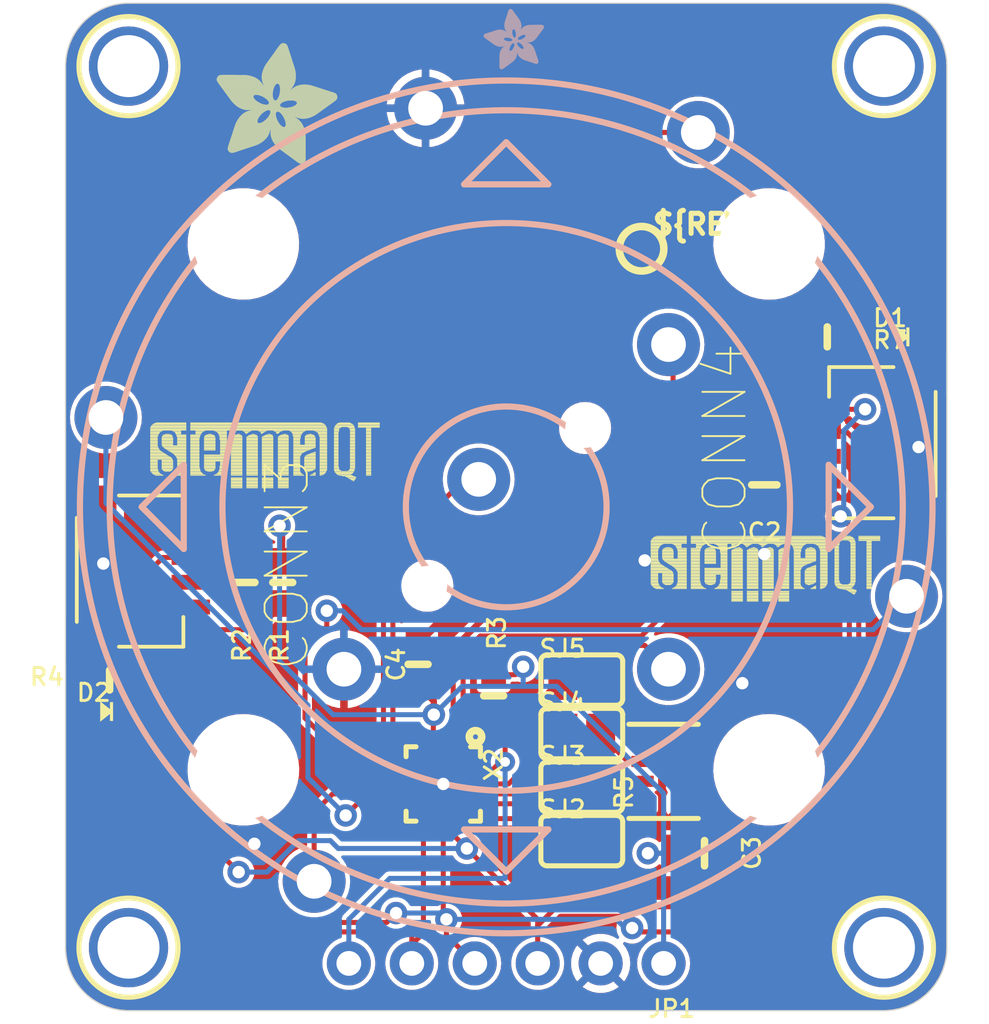
<source format=kicad_pcb>
(kicad_pcb (version 20221018) (generator pcbnew)
  (layers (0 "F.Cu" signal) (31 "B.Cu" signal) (34 "B.Paste" user) (35 "F.Paste" user) (36 "B.SilkS" user "B.Silkscreen") (37 "F.SilkS" user "F.Silkscreen") (38 "B.Mask" user) (39 "F.Mask" user) (44 "Edge.Cuts" user))
  (net 0 "")
  (net 1 "GND")
  (net 2 "SDA")
  (net 3 "SCL")
  (net 4 "ENC_A")
  (net 5 "ENC_B")
  (net 6 "ADDR0")
  (net 7 "ADDR1")
  (net 8 "INT")
  (net 9 "VCC")
  (net 10 "N$1")
  (net 11 "SW1")
  (net 12 "SW2")
  (net 13 "ADDR2")
  (net 14 "SW3")
  (net 15 "SW4")
  (net 16 "SW5")
  (net 17 "UPDI")
  (net 18 "ADDR3")
  (net 19 "N$2")
  (net 20 "N$3")
  (net 21 "N$4")
  (net 22 "N$5")
  (net 23 "N$6")
  (footprint "working:STEMMAQT" (layer "F.Cu") (at 154.3431 108.8136)
    (fp_text reference "U$35" hide)
    (fp_text value "" hide)
  )
  (footprint "working:STEMMAQT" (layer "F.Cu") (at 134.1501 104.2416)
    (fp_text reference "U$34" hide)
    (fp_text value "" hide)
  )
  (footprint "working:PLABEL10" (layer "F.Cu") (at 149.2123 113.8936 90)
    (fp_text reference "PLABEL10" hide)
    (fp_text value "" hide)
  )
  (footprint "working:FIDUCIAL_1MM" (layer "F.Cu") (at 132.1181 93.1291 180)
    (fp_text reference "FID3" hide)
    (fp_text value "FIDUCIAL_1MM" hide)
    (pad "1" smd roundrect (at 0 0 180) (size 1 1) (layers "F.Cu" "F.Mask") (roundrect_rratio 0.5))
  )
  (footprint "working:MOUNTINGHOLE_2.5_PLATED" (layer "F.Cu") (at 133.2611 87.2236 180)
    (fp_text reference "U$30" hide)
    (fp_text value "MOUNTINGHOLE2.5" hide)
    (pad "P$1" thru_hole circle (at 0 0 180) (size 3.2 3.2) (drill 2.5) (layers "*.Cu" "*.Mask"))
    (zone (net 0) (net_name "") (layer "F.Cu") (connect_pads (clearance 0)) (min_thickness 0.25)
      (keepout (tracks not_allowed) (vias not_allowed) (pads not_allowed) (copperpour not_allowed) (footprints allowed))
      (fill (thermal_gap 0.5) (thermal_bridge_width 0.5))
      (polygon (pts (xy 131.2451 87.2236) (xy 131.26472 87.504173) (xy 131.323196 87.779285) (xy 131.419392 88.043581) (xy 131.551435 88.291917) (xy 131.716754 88.51946) (xy 131.912133 88.72178) (xy 132.133767 88.89494) (xy 132.377344 89.035569) (xy 132.638122 89.14093) (xy 132.911025 89.208972) (xy 133.190743 89.238372) (xy 133.471829 89.228556) (xy 133.748815 89.179716) (xy 134.016307 89.092803) (xy 134.2691 88.969507) (xy 134.502274 88.81223) (xy 134.711289 88.624031) (xy 134.892078 88.408575) (xy 135.041122 88.170055) (xy 135.15552 87.913113) (xy 135.233046 87.64275) (xy 135.272189 87.364229) (xy 135.272189 87.082971) (xy 135.233046 86.80445) (xy 135.15552 86.534087) (xy 135.041122 86.277145) (xy 134.892078 86.038625) (xy 134.711289 85.823169) (xy 134.502274 85.63497) (xy 134.2691 85.477693) (xy 134.016307 85.354397) (xy 133.748815 85.267484) (xy 133.471829 85.218644) (xy 133.190743 85.208828) (xy 132.911025 85.238228) (xy 132.638122 85.30627) (xy 132.377344 85.411631) (xy 132.133767 85.55226) (xy 131.912133 85.72542) (xy 131.716754 85.92774) (xy 131.551435 86.155283) (xy 131.419392 86.403619) (xy 131.323196 86.667915) (xy 131.26472 86.943027)))
      (polygon (pts (xy 133.2771 87.2236) (xy 133.272414 87.212286) (xy 133.2611 87.2076) (xy 133.249786 87.212286) (xy 133.2451 87.2236) (xy 133.249786 87.234914) (xy 133.2611 87.2396) (xy 133.272414 87.234914)))
    )
    (zone (net 0) (net_name "") (layer "B.Cu") (connect_pads (clearance 0)) (min_thickness 0.25)
      (keepout (tracks not_allowed) (vias not_allowed) (pads not_allowed) (copperpour not_allowed) (footprints allowed))
      (fill (thermal_gap 0.5) (thermal_bridge_width 0.5))
      (polygon (pts (xy 131.2451 87.2236) (xy 131.26472 87.504173) (xy 131.323196 87.779285) (xy 131.419392 88.043581) (xy 131.551435 88.291917) (xy 131.716754 88.51946) (xy 131.912133 88.72178) (xy 132.133767 88.89494) (xy 132.377344 89.035569) (xy 132.638122 89.14093) (xy 132.911025 89.208972) (xy 133.190743 89.238372) (xy 133.471829 89.228556) (xy 133.748815 89.179716) (xy 134.016307 89.092803) (xy 134.2691 88.969507) (xy 134.502274 88.81223) (xy 134.711289 88.624031) (xy 134.892078 88.408575) (xy 135.041122 88.170055) (xy 135.15552 87.913113) (xy 135.233046 87.64275) (xy 135.272189 87.364229) (xy 135.272189 87.082971) (xy 135.233046 86.80445) (xy 135.15552 86.534087) (xy 135.041122 86.277145) (xy 134.892078 86.038625) (xy 134.711289 85.823169) (xy 134.502274 85.63497) (xy 134.2691 85.477693) (xy 134.016307 85.354397) (xy 133.748815 85.267484) (xy 133.471829 85.218644) (xy 133.190743 85.208828) (xy 132.911025 85.238228) (xy 132.638122 85.30627) (xy 132.377344 85.411631) (xy 132.133767 85.55226) (xy 131.912133 85.72542) (xy 131.716754 85.92774) (xy 131.551435 86.155283) (xy 131.419392 86.403619) (xy 131.323196 86.667915) (xy 131.26472 86.943027)))
      (polygon (pts (xy 133.2771 87.2236) (xy 133.272414 87.212286) (xy 133.2611 87.2076) (xy 133.249786 87.212286) (xy 133.2451 87.2236) (xy 133.249786 87.234914) (xy 133.2611 87.2396) (xy 133.272414 87.234914)))
    )
  )
  (footprint "working:0603-NO" (layer "F.Cu") (at 132.4991 111.9886 180)
    (fp_text reference "R4" (at 1.778 0.127) (layer "F.SilkS") (effects (font (size 0.692831 0.692831) (thickness 0.119969)) (justify right)))
    (fp_text value "10K")
    (pad "1" smd rect (at -0.85 0 180) (size 1.075 1) (layers "F.Cu" "F.Paste" "F.Mask") (net 9 "VCC"))
    (pad "2" smd rect (at 0.85 0 180) (size 1.075 1) (layers "F.Cu" "F.Paste" "F.Mask") (net 19 "N$2"))
  )
  (footprint "working:PLABEL4" (layer "F.Cu") (at 152.1841 121.0056 90)
    (fp_text reference "PLABEL4" hide)
    (fp_text value "" hide)
  )
  (footprint "working:PLABEL2" (layer "F.Cu") (at 154.8511 121.0056 90)
    (fp_text reference "PLABEL2" hide)
    (fp_text value "" hide)
  )
  (footprint "working:0603-NO" (layer "F.Cu") (at 147.9931 112.6236 90)
    (fp_text reference "R3" (at 1.778 0.127 90) (layer "F.SilkS") (effects (font (size 0.692831 0.692831) (thickness 0.119969)) (justify left)))
    (fp_text value "10K")
    (pad "1" smd rect (at -0.85 0 90) (size 1.075 1) (layers "F.Cu" "F.Paste" "F.Mask") (net 17 "UPDI"))
    (pad "2" smd rect (at 0.85 0 90) (size 1.075 1) (layers "F.Cu" "F.Paste" "F.Mask") (net 9 "VCC"))
  )
  (footprint "working:JST_SH4" (layer "F.Cu") (at 163.2331 102.4636 90)
    (fp_text reference "CONN4" (at -4.6 -5.9 90) (layer "F.SilkS") (effects (font (size 1.703222 1.703222) (thickness 0.074778)) (justify left)))
    (fp_text value "STEMMA_I2C_QT" hide)
    (pad "1" smd rect (at -1.5 -2.006 180) (size 1.55 0.6) (layers "F.Cu" "F.Paste" "F.Mask") (net 1 "GND"))
    (pad "2" smd rect (at -0.5 -2.006 180) (size 1.55 0.6) (layers "F.Cu" "F.Paste" "F.Mask") (net 9 "VCC"))
    (pad "3" smd rect (at 0.5 -2.006 180) (size 1.55 0.6) (layers "F.Cu" "F.Paste" "F.Mask") (net 2 "SDA"))
    (pad "4" smd rect (at 1.5 -2.006 180) (size 1.55 0.6) (layers "F.Cu" "F.Paste" "F.Mask") (net 3 "SCL"))
    (pad "MT1" smd rect (at -2.8 1.894 180) (size 1.8 1.2) (layers "F.Cu" "F.Paste" "F.Mask") (net 1 "GND"))
    (pad "MT2" smd rect (at 2.8 1.894 180) (size 1.8 1.2) (layers "F.Cu" "F.Paste" "F.Mask") (net 1 "GND"))
  )
  (footprint "working:MOUNTINGHOLE_2.5_PLATED" (layer "F.Cu") (at 163.7411 87.2236 180)
    (fp_text reference "U$29" hide)
    (fp_text value "MOUNTINGHOLE2.5" hide)
    (pad "P$1" thru_hole circle (at 0 0 180) (size 3.2 3.2) (drill 2.5) (layers "*.Cu" "*.Mask"))
    (zone (net 0) (net_name "") (layer "F.Cu") (connect_pads (clearance 0)) (min_thickness 0.25)
      (keepout (tracks not_allowed) (vias not_allowed) (pads not_allowed) (copperpour not_allowed) (footprints allowed))
      (fill (thermal_gap 0.5) (thermal_bridge_width 0.5))
      (polygon (pts (xy 161.7251 87.2236) (xy 161.74472 87.504173) (xy 161.803196 87.779285) (xy 161.899392 88.043581) (xy 162.031435 88.291917) (xy 162.196754 88.51946) (xy 162.392133 88.72178) (xy 162.613767 88.89494) (xy 162.857344 89.035569) (xy 163.118122 89.14093) (xy 163.391025 89.208972) (xy 163.670743 89.238372) (xy 163.951829 89.228556) (xy 164.228815 89.179716) (xy 164.496307 89.092803) (xy 164.7491 88.969507) (xy 164.982274 88.81223) (xy 165.191289 88.624031) (xy 165.372078 88.408575) (xy 165.521122 88.170055) (xy 165.63552 87.913113) (xy 165.713046 87.64275) (xy 165.752189 87.364229) (xy 165.752189 87.082971) (xy 165.713046 86.80445) (xy 165.63552 86.534087) (xy 165.521122 86.277145) (xy 165.372078 86.038625) (xy 165.191289 85.823169) (xy 164.982274 85.63497) (xy 164.7491 85.477693) (xy 164.496307 85.354397) (xy 164.228815 85.267484) (xy 163.951829 85.218644) (xy 163.670743 85.208828) (xy 163.391025 85.238228) (xy 163.118122 85.30627) (xy 162.857344 85.411631) (xy 162.613767 85.55226) (xy 162.392133 85.72542) (xy 162.196754 85.92774) (xy 162.031435 86.155283) (xy 161.899392 86.403619) (xy 161.803196 86.667915) (xy 161.74472 86.943027)))
      (polygon (pts (xy 163.7571 87.2236) (xy 163.752414 87.212286) (xy 163.7411 87.2076) (xy 163.729786 87.212286) (xy 163.7251 87.2236) (xy 163.729786 87.234914) (xy 163.7411 87.2396) (xy 163.752414 87.234914)))
    )
    (zone (net 0) (net_name "") (layer "B.Cu") (connect_pads (clearance 0)) (min_thickness 0.25)
      (keepout (tracks not_allowed) (vias not_allowed) (pads not_allowed) (copperpour not_allowed) (footprints allowed))
      (fill (thermal_gap 0.5) (thermal_bridge_width 0.5))
      (polygon (pts (xy 161.7251 87.2236) (xy 161.74472 87.504173) (xy 161.803196 87.779285) (xy 161.899392 88.043581) (xy 162.031435 88.291917) (xy 162.196754 88.51946) (xy 162.392133 88.72178) (xy 162.613767 88.89494) (xy 162.857344 89.035569) (xy 163.118122 89.14093) (xy 163.391025 89.208972) (xy 163.670743 89.238372) (xy 163.951829 89.228556) (xy 164.228815 89.179716) (xy 164.496307 89.092803) (xy 164.7491 88.969507) (xy 164.982274 88.81223) (xy 165.191289 88.624031) (xy 165.372078 88.408575) (xy 165.521122 88.170055) (xy 165.63552 87.913113) (xy 165.713046 87.64275) (xy 165.752189 87.364229) (xy 165.752189 87.082971) (xy 165.713046 86.80445) (xy 165.63552 86.534087) (xy 165.521122 86.277145) (xy 165.372078 86.038625) (xy 165.191289 85.823169) (xy 164.982274 85.63497) (xy 164.7491 85.477693) (xy 164.496307 85.354397) (xy 164.228815 85.267484) (xy 163.951829 85.218644) (xy 163.670743 85.208828) (xy 163.391025 85.238228) (xy 163.118122 85.30627) (xy 162.857344 85.411631) (xy 162.613767 85.55226) (xy 162.392133 85.72542) (xy 162.196754 85.92774) (xy 162.031435 86.155283) (xy 161.899392 86.403619) (xy 161.803196 86.667915) (xy 161.74472 86.943027)))
      (polygon (pts (xy 163.7571 87.2236) (xy 163.752414 87.212286) (xy 163.7411 87.2076) (xy 163.729786 87.212286) (xy 163.7251 87.2236) (xy 163.729786 87.234914) (xy 163.7411 87.2396) (xy 163.752414 87.234914)))
    )
  )
  (footprint "working:ADAFRUIT_5MM" (layer "F.Cu") (at 136.8171 91.1606)
    (fp_text reference "U$2" hide)
    (fp_text value "" hide)
  )
  (footprint "working:PLABEL9" (layer "F.Cu") (at 163.8681 97.2566)
    (fp_text reference "PLABEL9" hide)
    (fp_text value "" hide)
  )
  (footprint "working:QFN20_3MM" (layer "F.Cu") (at 145.9611 116.1796 -90)
    (fp_text reference "X2" (at -1.524 -2.032 90) (layer "F.SilkS") (effects (font (size 0.692831 0.692831) (thickness 0.119969)) (justify right)))
    (fp_text value "ATTINY8X6_QFN")
    (pad "1" smd roundrect (at -1.4 -0.8 90) (size 0.7 0.2) (layers "F.Cu" "F.Paste" "F.Mask") (net 5 "ENC_B"))
    (pad "2" smd roundrect (at -1.4 -0.4 90) (size 0.7 0.2) (layers "F.Cu" "F.Paste" "F.Mask") (net 4 "ENC_A"))
    (pad "3" smd roundrect (at -1.4 0 90) (size 0.7 0.2) (layers "F.Cu" "F.Paste" "F.Mask") (net 1 "GND"))
    (pad "4" smd roundrect (at -1.4 0.4 90) (size 0.7 0.2) (layers "F.Cu" "F.Paste" "F.Mask") (net 9 "VCC"))
    (pad "5" smd roundrect (at -1.4 0.8 90) (size 0.7 0.2) (layers "F.Cu" "F.Paste" "F.Mask"))
    (pad "6" smd roundrect (at -0.8 1.4) (size 0.7 0.2) (layers "F.Cu" "F.Paste" "F.Mask") (net 11 "SW1"))
    (pad "7" smd roundrect (at -0.4 1.4) (size 0.7 0.2) (layers "F.Cu" "F.Paste" "F.Mask") (net 12 "SW2"))
    (pad "8" smd roundrect (at 0 1.4) (size 0.7 0.2) (layers "F.Cu" "F.Paste" "F.Mask") (net 14 "SW3"))
    (pad "9" smd roundrect (at 0.4 1.4) (size 0.7 0.2) (layers "F.Cu" "F.Paste" "F.Mask") (net 15 "SW4"))
    (pad "10" smd roundrect (at 0.8 1.4) (size 0.7 0.2) (layers "F.Cu" "F.Paste" "F.Mask") (net 16 "SW5"))
    (pad "11" smd roundrect (at 1.4 0.8 90) (size 0.7 0.2) (layers "F.Cu" "F.Paste" "F.Mask") (net 8 "INT"))
    (pad "12" smd roundrect (at 1.4 0.4 90) (size 0.7 0.2) (layers "F.Cu" "F.Paste" "F.Mask"))
    (pad "13" smd roundrect (at 1.4 0 90) (size 0.7 0.2) (layers "F.Cu" "F.Paste" "F.Mask") (net 2 "SDA"))
    (pad "14" smd roundrect (at 1.4 -0.4 90) (size 0.7 0.2) (layers "F.Cu" "F.Paste" "F.Mask") (net 3 "SCL"))
    (pad "15" smd roundrect (at 1.4 -0.8 90) (size 0.7 0.2) (layers "F.Cu" "F.Paste" "F.Mask") (net 6 "ADDR0"))
    (pad "16" smd roundrect (at 0.8 -1.4) (size 0.7 0.2) (layers "F.Cu" "F.Paste" "F.Mask") (net 7 "ADDR1"))
    (pad "17" smd roundrect (at 0.4 -1.4) (size 0.7 0.2) (layers "F.Cu" "F.Paste" "F.Mask") (net 13 "ADDR2"))
    (pad "18" smd roundrect (at 0 -1.4) (size 0.7 0.2) (layers "F.Cu" "F.Paste" "F.Mask") (net 18 "ADDR3"))
    (pad "19" smd roundrect (at -0.4 -1.4) (size 0.7 0.2) (layers "F.Cu" "F.Paste" "F.Mask") (net 17 "UPDI"))
    (pad "20" smd roundrect (at -0.8 -1.4) (size 0.7 0.2) (layers "F.Cu" "F.Paste" "F.Mask"))
    (pad "PAD" smd roundrect (at 0 0 270) (size 1.6 1.6) (layers "F.Cu" "F.Paste" "F.Mask") (roundrect_rratio 0.125) (net 1 "GND"))
  )
  (footprint "working:0603-NO" (layer "F.Cu") (at 139.4841 108.0516 -90)
    (fp_text reference "R1" (at 1.778 0.127 90) (layer "F.SilkS") (effects (font (size 0.692831 0.692831) (thickness 0.119969)) (justify right)))
    (fp_text value "10K")
    (pad "1" smd rect (at -0.85 0 270) (size 1.075 1) (layers "F.Cu" "F.Paste" "F.Mask") (net 9 "VCC"))
    (pad "2" smd rect (at 0.85 0 270) (size 1.075 1) (layers "F.Cu" "F.Paste" "F.Mask") (net 3 "SCL"))
  )
  (footprint "working:CHIPLED_0603_NOOUTLINE" (layer "F.Cu") (at 164.5031 98.1456 -90)
    (fp_text reference "D1" (at -0.762 1.27) (layer "F.SilkS") (effects (font (size 0.692831 0.692831) (thickness 0.119969)) (justify left)))
    (fp_text value "GREEN")
    (pad "A" smd rect (at 0 0.75 270) (size 0.8 0.8) (layers "F.Cu" "F.Paste" "F.Mask") (net 10 "N$1"))
    (pad "C" smd rect (at 0 -0.75 270) (size 0.8 0.8) (layers "F.Cu" "F.Paste" "F.Mask") (net 1 "GND"))
  )
  (footprint "working:0603-NO" (layer "F.Cu") (at 137.9601 108.0516 -90)
    (fp_text reference "R2" (at 1.778 0.127 90) (layer "F.SilkS") (effects (font (size 0.692831 0.692831) (thickness 0.119969)) (justify right)))
    (fp_text value "10K")
    (pad "1" smd rect (at -0.85 0 270) (size 1.075 1) (layers "F.Cu" "F.Paste" "F.Mask") (net 9 "VCC"))
    (pad "2" smd rect (at 0.85 0 270) (size 1.075 1) (layers "F.Cu" "F.Paste" "F.Mask") (net 2 "SDA"))
  )
  (footprint "working:SOLDERJUMPER_CLOSEDWIRE" (layer "F.Cu") (at 151.5491 116.3066)
    (fp_text reference "SJ3" (at -1.778 -1.27) (layer "F.SilkS") (effects (font (size 0.692831 0.692831) (thickness 0.119969)) (justify left)))
    (fp_text value "")
    (pad "1" smd rect (at -0.762 0) (size 1.1684 1.6002) (layers "F.Cu") (net 7 "ADDR1"))
    (pad "2" smd rect (at 0.762 0) (size 1.1684 1.6002) (layers "F.Cu") (net 21 "N$4"))
    (pad "WIRE" smd rect (at 0 0 180) (size 0.635 0.2032) (layers "F.Cu"))
  )
  (footprint "working:0805-NO" (layer "F.Cu") (at 156.5021 118.9736)
    (fp_text reference "C3" (at 1.905 -0.762 90) (layer "F.SilkS") (effects (font (size 0.692831 0.692831) (thickness 0.119969)) (justify right)))
    (fp_text value "10uF")
    (pad "1" smd rect (at -0.95 0) (size 1.24 1.5) (layers "F.Cu" "F.Paste" "F.Mask") (net 9 "VCC"))
    (pad "2" smd rect (at 0.95 0) (size 1.24 1.5) (layers "F.Cu" "F.Paste" "F.Mask") (net 1 "GND"))
  )
  (footprint "working:CHIPLED_0603_NOOUTLINE" (layer "F.Cu") (at 132.3721 113.2586 -90)
    (fp_text reference "D2" (at -0.762 1.27) (layer "F.SilkS") (effects (font (size 0.692831 0.692831) (thickness 0.119969)) (justify left)))
    (fp_text value "red")
    (pad "A" smd rect (at 0 0.75 270) (size 0.8 0.8) (layers "F.Cu" "F.Paste" "F.Mask") (net 19 "N$2"))
    (pad "C" smd rect (at 0 -0.75 270) (size 0.8 0.8) (layers "F.Cu" "F.Paste" "F.Mask") (net 8 "INT"))
  )
  (footprint "working:0603-NO" (layer "F.Cu") (at 161.4551 98.1456)
    (fp_text reference "R7" (at 1.778 0.127) (layer "F.SilkS") (effects (font (size 0.692831 0.692831) (thickness 0.119969)) (justify left)))
    (fp_text value "10K")
    (pad "1" smd rect (at -0.85 0) (size 1.075 1) (layers "F.Cu" "F.Paste" "F.Mask") (net 9 "VCC"))
    (pad "2" smd rect (at 0.85 0) (size 1.075 1) (layers "F.Cu" "F.Paste" "F.Mask") (net 10 "N$1"))
  )
  (footprint "working:MOUNTINGHOLE_2.5_PLATED" (layer "F.Cu") (at 163.7411 122.7836 180)
    (fp_text reference "U$25" hide)
    (fp_text value "MOUNTINGHOLE2.5" hide)
    (pad "P$1" thru_hole circle (at 0 0 180) (size 3.2 3.2) (drill 2.5) (layers "*.Cu" "*.Mask"))
    (zone (net 0) (net_name "") (layer "F.Cu") (connect_pads (clearance 0)) (min_thickness 0.25)
      (keepout (tracks not_allowed) (vias not_allowed) (pads not_allowed) (copperpour not_allowed) (footprints allowed))
      (fill (thermal_gap 0.5) (thermal_bridge_width 0.5))
      (polygon (pts (xy 161.7251 122.7836) (xy 161.74472 123.064173) (xy 161.803196 123.339285) (xy 161.899392 123.603581) (xy 162.031435 123.851917) (xy 162.196754 124.07946) (xy 162.392133 124.28178) (xy 162.613767 124.45494) (xy 162.857344 124.595569) (xy 163.118122 124.70093) (xy 163.391025 124.768972) (xy 163.670743 124.798372) (xy 163.951829 124.788556) (xy 164.228815 124.739716) (xy 164.496307 124.652803) (xy 164.7491 124.529507) (xy 164.982274 124.37223) (xy 165.191289 124.184031) (xy 165.372078 123.968575) (xy 165.521122 123.730055) (xy 165.63552 123.473113) (xy 165.713046 123.20275) (xy 165.752189 122.924229) (xy 165.752189 122.642971) (xy 165.713046 122.36445) (xy 165.63552 122.094087) (xy 165.521122 121.837145) (xy 165.372078 121.598625) (xy 165.191289 121.383169) (xy 164.982274 121.19497) (xy 164.7491 121.037693) (xy 164.496307 120.914397) (xy 164.228815 120.827484) (xy 163.951829 120.778644) (xy 163.670743 120.768828) (xy 163.391025 120.798228) (xy 163.118122 120.86627) (xy 162.857344 120.971631) (xy 162.613767 121.11226) (xy 162.392133 121.28542) (xy 162.196754 121.48774) (xy 162.031435 121.715283) (xy 161.899392 121.963619) (xy 161.803196 122.227915) (xy 161.74472 122.503027)))
      (polygon (pts (xy 163.7571 122.7836) (xy 163.752414 122.772286) (xy 163.7411 122.7676) (xy 163.729786 122.772286) (xy 163.7251 122.7836) (xy 163.729786 122.794914) (xy 163.7411 122.7996) (xy 163.752414 122.794914)))
    )
    (zone (net 0) (net_name "") (layer "B.Cu") (connect_pads (clearance 0)) (min_thickness 0.25)
      (keepout (tracks not_allowed) (vias not_allowed) (pads not_allowed) (copperpour not_allowed) (footprints allowed))
      (fill (thermal_gap 0.5) (thermal_bridge_width 0.5))
      (polygon (pts (xy 161.7251 122.7836) (xy 161.74472 123.064173) (xy 161.803196 123.339285) (xy 161.899392 123.603581) (xy 162.031435 123.851917) (xy 162.196754 124.07946) (xy 162.392133 124.28178) (xy 162.613767 124.45494) (xy 162.857344 124.595569) (xy 163.118122 124.70093) (xy 163.391025 124.768972) (xy 163.670743 124.798372) (xy 163.951829 124.788556) (xy 164.228815 124.739716) (xy 164.496307 124.652803) (xy 164.7491 124.529507) (xy 164.982274 124.37223) (xy 165.191289 124.184031) (xy 165.372078 123.968575) (xy 165.521122 123.730055) (xy 165.63552 123.473113) (xy 165.713046 123.20275) (xy 165.752189 122.924229) (xy 165.752189 122.642971) (xy 165.713046 122.36445) (xy 165.63552 122.094087) (xy 165.521122 121.837145) (xy 165.372078 121.598625) (xy 165.191289 121.383169) (xy 164.982274 121.19497) (xy 164.7491 121.037693) (xy 164.496307 120.914397) (xy 164.228815 120.827484) (xy 163.951829 120.778644) (xy 163.670743 120.768828) (xy 163.391025 120.798228) (xy 163.118122 120.86627) (xy 162.857344 120.971631) (xy 162.613767 121.11226) (xy 162.392133 121.28542) (xy 162.196754 121.48774) (xy 162.031435 121.715283) (xy 161.899392 121.963619) (xy 161.803196 122.227915) (xy 161.74472 122.503027)))
      (polygon (pts (xy 163.7571 122.7836) (xy 163.752414 122.772286) (xy 163.7411 122.7676) (xy 163.729786 122.772286) (xy 163.7251 122.7836) (xy 163.729786 122.794914) (xy 163.7411 122.7996) (xy 163.752414 122.794914)))
    )
  )
  (footprint "working:PLABEL6" (layer "F.Cu") (at 147.2311 121.0056 90)
    (fp_text reference "PLABEL6" hide)
    (fp_text value "" hide)
  )
  (footprint "working:JST_SH4" (layer "F.Cu") (at 133.7691 107.5436 -90)
    (fp_text reference "CONN3" (at -4.6 -5.9 90) (layer "F.SilkS") (effects (font (size 1.703222 1.703222) (thickness 0.074778)) (justify right)))
    (fp_text value "STEMMA_I2C_QT" hide)
    (pad "1" smd rect (at -1.5 -2.006) (size 1.55 0.6) (layers "F.Cu" "F.Paste" "F.Mask") (net 1 "GND"))
    (pad "2" smd rect (at -0.5 -2.006) (size 1.55 0.6) (layers "F.Cu" "F.Paste" "F.Mask") (net 9 "VCC"))
    (pad "3" smd rect (at 0.5 -2.006) (size 1.55 0.6) (layers "F.Cu" "F.Paste" "F.Mask") (net 2 "SDA"))
    (pad "4" smd rect (at 1.5 -2.006) (size 1.55 0.6) (layers "F.Cu" "F.Paste" "F.Mask") (net 3 "SCL"))
    (pad "MT1" smd rect (at -2.8 1.894) (size 1.8 1.2) (layers "F.Cu" "F.Paste" "F.Mask") (net 1 "GND"))
    (pad "MT2" smd rect (at 2.8 1.894) (size 1.8 1.2) (layers "F.Cu" "F.Paste" "F.Mask") (net 1 "GND"))
  )
  (footprint "working:PCBFEAT-REV-040" (layer "F.Cu") (at 153.9621 94.5896 180)
    (fp_text reference "U$33" hide)
    (fp_text value "" hide)
    (fp_text user "${REV}" (at -0.3556 0.508 180) (layer "F.SilkS") (effects (font (size 0.8128 0.8128) (thickness 0.2032)) (justify left bottom)))
  )
  (footprint "working:1X06_ROUND_70" (layer "F.Cu") (at 148.5011 123.4186 180)
    (fp_text reference "JP1" (at -7.6962 -1.8288) (layer "F.SilkS") (effects (font (size 0.692831 0.692831) (thickness 0.119969)) (justify right)))
    (fp_text value "")
    (pad "1" thru_hole circle (at -6.35 0 270) (size 1.778 1.778) (drill 1) (layers "*.Cu" "*.Mask") (net 9 "VCC"))
    (pad "2" thru_hole circle (at -3.81 0 270) (size 1.778 1.778) (drill 1) (layers "*.Cu" "*.Mask") (net 1 "GND"))
    (pad "3" thru_hole circle (at -1.27 0 270) (size 1.778 1.778) (drill 1) (layers "*.Cu" "*.Mask") (net 3 "SCL"))
    (pad "4" thru_hole circle (at 1.27 0 270) (size 1.778 1.778) (drill 1) (layers "*.Cu" "*.Mask") (net 2 "SDA"))
    (pad "5" thru_hole circle (at 3.81 0 270) (size 1.778 1.778) (drill 1) (layers "*.Cu" "*.Mask") (net 8 "INT"))
    (pad "6" thru_hole circle (at 6.35 0 270) (size 1.778 1.778) (drill 1) (layers "*.Cu" "*.Mask") (net 17 "UPDI"))
  )
  (footprint "working:PLABEL1" (layer "F.Cu") (at 149.2123 116.0526 90)
    (fp_text reference "PLABEL1" hide)
    (fp_text value "" hide)
  )
  (footprint "working:MOUNTINGHOLE_2.5_PLATED" (layer "F.Cu") (at 133.2611 122.7836 180)
    (fp_text reference "U$27" hide)
    (fp_text value "MOUNTINGHOLE2.5" hide)
    (pad "P$1" thru_hole circle (at 0 0 180) (size 3.2 3.2) (drill 2.5) (layers "*.Cu" "*.Mask"))
    (zone (net 0) (net_name "") (layer "F.Cu") (connect_pads (clearance 0)) (min_thickness 0.25)
      (keepout (tracks not_allowed) (vias not_allowed) (pads not_allowed) (copperpour not_allowed) (footprints allowed))
      (fill (thermal_gap 0.5) (thermal_bridge_width 0.5))
      (polygon (pts (xy 131.2451 122.7836) (xy 131.26472 123.064173) (xy 131.323196 123.339285) (xy 131.419392 123.603581) (xy 131.551435 123.851917) (xy 131.716754 124.07946) (xy 131.912133 124.28178) (xy 132.133767 124.45494) (xy 132.377344 124.595569) (xy 132.638122 124.70093) (xy 132.911025 124.768972) (xy 133.190743 124.798372) (xy 133.471829 124.788556) (xy 133.748815 124.739716) (xy 134.016307 124.652803) (xy 134.2691 124.529507) (xy 134.502274 124.37223) (xy 134.711289 124.184031) (xy 134.892078 123.968575) (xy 135.041122 123.730055) (xy 135.15552 123.473113) (xy 135.233046 123.20275) (xy 135.272189 122.924229) (xy 135.272189 122.642971) (xy 135.233046 122.36445) (xy 135.15552 122.094087) (xy 135.041122 121.837145) (xy 134.892078 121.598625) (xy 134.711289 121.383169) (xy 134.502274 121.19497) (xy 134.2691 121.037693) (xy 134.016307 120.914397) (xy 133.748815 120.827484) (xy 133.471829 120.778644) (xy 133.190743 120.768828) (xy 132.911025 120.798228) (xy 132.638122 120.86627) (xy 132.377344 120.971631) (xy 132.133767 121.11226) (xy 131.912133 121.28542) (xy 131.716754 121.48774) (xy 131.551435 121.715283) (xy 131.419392 121.963619) (xy 131.323196 122.227915) (xy 131.26472 122.503027)))
      (polygon (pts (xy 133.2771 122.7836) (xy 133.272414 122.772286) (xy 133.2611 122.7676) (xy 133.249786 122.772286) (xy 133.2451 122.7836) (xy 133.249786 122.794914) (xy 133.2611 122.7996) (xy 133.272414 122.794914)))
    )
    (zone (net 0) (net_name "") (layer "B.Cu") (connect_pads (clearance 0)) (min_thickness 0.25)
      (keepout (tracks not_allowed) (vias not_allowed) (pads not_allowed) (copperpour not_allowed) (footprints allowed))
      (fill (thermal_gap 0.5) (thermal_bridge_width 0.5))
      (polygon (pts (xy 131.2451 122.7836) (xy 131.26472 123.064173) (xy 131.323196 123.339285) (xy 131.419392 123.603581) (xy 131.551435 123.851917) (xy 131.716754 124.07946) (xy 131.912133 124.28178) (xy 132.133767 124.45494) (xy 132.377344 124.595569) (xy 132.638122 124.70093) (xy 132.911025 124.768972) (xy 133.190743 124.798372) (xy 133.471829 124.788556) (xy 133.748815 124.739716) (xy 134.016307 124.652803) (xy 134.2691 124.529507) (xy 134.502274 124.37223) (xy 134.711289 124.184031) (xy 134.892078 123.968575) (xy 135.041122 123.730055) (xy 135.15552 123.473113) (xy 135.233046 123.20275) (xy 135.272189 122.924229) (xy 135.272189 122.642971) (xy 135.233046 122.36445) (xy 135.15552 122.094087) (xy 135.041122 121.837145) (xy 134.892078 121.598625) (xy 134.711289 121.383169) (xy 134.502274 121.19497) (xy 134.2691 121.037693) (xy 134.016307 120.914397) (xy 133.748815 120.827484) (xy 133.471829 120.778644) (xy 133.190743 120.768828) (xy 132.911025 120.798228) (xy 132.638122 120.86627) (xy 132.377344 120.971631) (xy 132.133767 121.11226) (xy 131.912133 121.28542) (xy 131.716754 121.48774) (xy 131.551435 121.715283) (xy 131.419392 121.963619) (xy 131.323196 122.227915) (xy 131.26472 122.503027)))
      (polygon (pts (xy 133.2771 122.7836) (xy 133.272414 122.772286) (xy 133.2611 122.7676) (xy 133.249786 122.772286) (xy 133.2451 122.7836) (xy 133.249786 122.794914) (xy 133.2611 122.7996) (xy 133.272414 122.794914)))
    )
  )
  (footprint "working:PLABEL0" (layer "F.Cu") (at 149.2123 118.3132 90)
    (fp_text reference "PLABEL0" hide)
    (fp_text value "" hide)
  )
  (footprint "working:SOLDERJUMPER_CLOSEDWIRE" (layer "F.Cu") (at 151.5491 118.4656)
    (fp_text reference "SJ2" (at -1.778 -1.27) (layer "F.SilkS") (effects (font (size 0.692831 0.692831) (thickness 0.119969)) (justify left)))
    (fp_text value "")
    (pad "1" smd rect (at -0.762 0) (size 1.1684 1.6002) (layers "F.Cu") (net 6 "ADDR0"))
    (pad "2" smd rect (at 0.762 0) (size 1.1684 1.6002) (layers "F.Cu") (net 20 "N$3"))
    (pad "WIRE" smd rect (at 0 0 180) (size 0.635 0.2032) (layers "F.Cu"))
  )
  (footprint "working:RESPACK_4X0603" (layer "F.Cu") (at 154.8511 115.6716 90)
    (fp_text reference "R5" (at -1.6 -1.6 90) (layer "F.SilkS") (effects (font (size 0.692831 0.692831) (thickness 0.119969)) (justify left)))
    (fp_text value "10K Pack")
    (pad "1" smd rect (at -1.3 0.85 90) (size 0.45 0.9) (layers "F.Cu" "F.Paste" "F.Mask") (net 1 "GND"))
    (pad "2" smd rect (at -0.4 0.85 90) (size 0.45 0.9) (layers "F.Cu" "F.Paste" "F.Mask") (net 1 "GND"))
    (pad "3" smd rect (at 0.4 0.85 90) (size 0.45 0.9) (layers "F.Cu" "F.Paste" "F.Mask") (net 1 "GND"))
    (pad "4" smd rect (at 1.3 0.85 90) (size 0.45 0.9) (layers "F.Cu" "F.Paste" "F.Mask") (net 1 "GND"))
    (pad "5" smd rect (at 1.3 -0.85 90) (size 0.45 0.9) (layers "F.Cu" "F.Paste" "F.Mask") (net 23 "N$6"))
    (pad "6" smd rect (at 0.4 -0.85 90) (size 0.45 0.9) (layers "F.Cu" "F.Paste" "F.Mask") (net 22 "N$5"))
    (pad "7" smd rect (at -0.4 -0.85 90) (size 0.45 0.9) (layers "F.Cu" "F.Paste" "F.Mask") (net 21 "N$4"))
    (pad "8" smd rect (at -1.3 -0.85 90) (size 0.45 0.9) (layers "F.Cu" "F.Paste" "F.Mask") (net 20 "N$3"))
  )
  (footprint "working:0805-NO" (layer "F.Cu") (at 158.9151 104.1146 -90)
    (fp_text reference "C2" (at 1.905 -0.762) (layer "F.SilkS") (effects (font (size 0.692831 0.692831) (thickness 0.119969)) (justify right)))
    (fp_text value "10uF")
    (pad "1" smd rect (at -0.95 0 270) (size 1.24 1.5) (layers "F.Cu" "F.Paste" "F.Mask") (net 9 "VCC"))
    (pad "2" smd rect (at 0.95 0 270) (size 1.24 1.5) (layers "F.Cu" "F.Paste" "F.Mask") (net 1 "GND"))
  )
  (footprint "working:PLABEL11" (layer "F.Cu") (at 149.1869 111.6076 90)
    (fp_text reference "PLABEL11" hide)
    (fp_text value "" hide)
  )
  (footprint "working:PLABEL3" (layer "F.Cu") (at 139.6111 123.4186)
    (fp_text reference "PLABEL3" hide)
    (fp_text value "" hide)
  )
  (footprint "working:SOLDERJUMPER_CLOSEDWIRE" (layer "F.Cu") (at 151.5491 111.9886)
    (fp_text reference "SJ5" (at -1.778 -1.27) (layer "F.SilkS") (effects (font (size 0.692831 0.692831) (thickness 0.119969)) (justify left)))
    (fp_text value "")
    (pad "1" smd rect (at -0.762 0) (size 1.1684 1.6002) (layers "F.Cu") (net 18 "ADDR3"))
    (pad "2" smd rect (at 0.762 0) (size 1.1684 1.6002) (layers "F.Cu") (net 23 "N$6"))
    (pad "WIRE" smd rect (at 0 0 180) (size 0.635 0.2032) (layers "F.Cu"))
  )
  (footprint "working:FIDUCIAL_1MM" (layer "F.Cu") (at 165.1381 117.1067 180)
    (fp_text reference "FID4" hide)
    (fp_text value "FIDUCIAL_1MM" hide)
    (pad "1" smd roundrect (at 0 0 180) (size 1 1) (layers "F.Cu" "F.Mask") (roundrect_rratio 0.5))
  )
  (footprint "working:PLABEL8" (layer "F.Cu") (at 145.8341 95.4786)
    (fp_text reference "PLABEL8" hide)
    (fp_text value "" hide)
  )
  (footprint "working:PLABEL5" (layer "F.Cu") (at 149.7711 120.8786 90)
    (fp_text reference "PLABEL5" hide)
    (fp_text value "" hide)
  )
  (footprint "working:PLABEL7" (layer "F.Cu") (at 144.6911 121.1326 90)
    (fp_text reference "PLABEL7" hide)
    (fp_text value "" hide)
  )
  (footprint "working:SOLDERJUMPER_CLOSEDWIRE" (layer "F.Cu") (at 151.5491 114.1476)
    (fp_text reference "SJ4" (at -1.778 -1.27) (layer "F.SilkS") (effects (font (size 0.692831 0.692831) (thickness 0.119969)) (justify left)))
    (fp_text value "")
    (pad "1" smd rect (at -0.762 0) (size 1.1684 1.6002) (layers "F.Cu") (net 13 "ADDR2"))
    (pad "2" smd rect (at 0.762 0) (size 1.1684 1.6002) (layers "F.Cu") (net 22 "N$5"))
    (pad "WIRE" smd rect (at 0 0 180) (size 0.635 0.2032) (layers "F.Cu"))
  )
  (footprint "working:0603-NO" (layer "F.Cu") (at 144.9451 111.3536 90)
    (fp_text reference "C4" (at -0.762003 -0.889 90) (layer "F.SilkS") (effects (font (size 0.692831 0.692831) (thickness 0.119969)) (justify left)))
    (fp_text value "0.1uF")
    (pad "1" smd rect (at -0.85 0 90) (size 1.075 1) (layers "F.Cu" "F.Paste" "F.Mask") (net 9 "VCC"))
    (pad "2" smd rect (at 0.85 0 90) (size 1.075 1) (layers "F.Cu" "F.Paste" "F.Mask") (net 1 "GND"))
  )
  (footprint "working:ADAFRUIT_2.5MM" (layer "B.Cu") (at 150.0251 87.3506 180)
    (fp_text reference "E$2" hide)
    (fp_text value "" hide)
  )
  (footprint "working:ENCODER_ANO" (layer "B.Cu") (at 148.5011 105.0036 -45)
    (fp_text reference "X1" hide)
    (fp_text value "ENCODER_ANO" hide)
    (pad "" np_thru_hole circle (at -15 0 315) (size 4 4) (drill 4) (layers "*.Cu" "*.Mask"))
    (pad "" np_thru_hole circle (at 0 -15 315) (size 4 4) (drill 4) (layers "*.Cu" "*.Mask"))
    (pad "" np_thru_hole circle (at 0 -4.5 315) (size 1.6 1.6) (drill 1.6) (layers "*.Cu" "*.Mask"))
    (pad "" np_thru_hole circle (at 0 4.5 315) (size 1.6 1.6) (drill 1.6) (layers "*.Cu" "*.Mask"))
    (pad "" np_thru_hole circle (at 0 15 315) (size 4 4) (drill 4) (layers "*.Cu" "*.Mask"))
    (pad "" np_thru_hole circle (at 15 0 315) (size 4 4) (drill 4) (layers "*.Cu" "*.Mask"))
    (pad "A" thru_hole circle (at 0 -9.26 315) (size 2.54 2.54) (drill 1.4) (layers "*.Cu" "*.Mask") (net 4 "ENC_A"))
    (pad "B" thru_hole circle (at 9.26 0 315) (size 2.54 2.54) (drill 1.4) (layers "*.Cu" "*.Mask") (net 5 "ENC_B"))
    (pad "COM_A" thru_hole circle (at 0 9.26 315) (size 2.54 2.54) (drill 1.4) (layers "*.Cu" "*.Mask") (net 1 "GND"))
    (pad "COM_B" thru_hole circle (at -13.67 -9.07 315) (size 2.54 2.54) (drill 1.4) (layers "*.Cu" "*.Mask") (net 1 "GND"))
    (pad "S1" thru_hole circle (at -1.57 0 315) (size 2.54 2.54) (drill 1.4) (layers "*.Cu" "*.Mask") (net 11 "SW1"))
    (pad "S2" thru_hole circle (at -5.2 -16.16 315) (size 2.54 2.54) (drill 1.4) (layers "*.Cu" "*.Mask") (net 12 "SW2"))
    (pad "S3" thru_hole circle (at 13.97 -8.87 315) (size 2.54 2.54) (drill 1.4) (layers "*.Cu" "*.Mask") (net 14 "SW3"))
    (pad "S4" thru_hole circle (at 5.2 16.16 315) (size 2.54 2.54) (drill 1.4) (layers "*.Cu" "*.Mask") (net 15 "SW4"))
    (pad "S5" thru_hole circle (at -13.97 8.87 315) (size 2.54 2.54) (drill 1.4) (layers "*.Cu" "*.Mask") (net 16 "SW5"))
  )
  (gr_arc (start 166.2811 122.7836) (mid 165.537151 124.579651) (end 163.7411 125.3236) (stroke (width 0.05)) (layer "Edge.Cuts"))
  (gr_line (start 166.2811 122.7836) (end 166.2811 87.2236) (stroke (width 0.05)) (layer "Edge.Cuts"))
  (gr_arc (start 133.2611 125.3236) (mid 131.465049 124.579651) (end 130.7211 122.7836) (stroke (width 0.05)) (layer "Edge.Cuts"))
  (gr_line (start 163.7411 84.6836) (end 133.2611 84.6836) (stroke (width 0.05)) (layer "Edge.Cuts"))
  (gr_arc (start 163.7411 84.6836) (mid 165.537151 85.427549) (end 166.2811 87.2236) (stroke (width 0.05)) (layer "Edge.Cuts"))
  (gr_line (start 133.2611 125.3236) (end 163.7411 125.3236) (stroke (width 0.05)) (layer "Edge.Cuts"))
  (gr_arc (start 130.7211 87.2236) (mid 131.465049 85.427549) (end 133.2611 84.6836) (stroke (width 0.05)) (layer "Edge.Cuts"))
  (gr_line (start 130.7211 87.2236) (end 130.7211 122.7836) (stroke (width 0.05)) (layer "Edge.Cuts"))
  (segment (start 145.9611 114.7796) (end 145.9611 116.1796) (width 0.2032) (layer "F.Cu") (net 1))
  (via (at 154.0891 107.1626) (size 0.9064) (drill 0.5) (layers "F.Cu" "B.Cu") (net 1))
  (via (at 145.9611 116.1796) (size 0.9064) (drill 0.5) (layers "F.Cu" "B.Cu") (net 1))
  (via (at 158.9151 106.9086) (size 0.9064) (drill 0.5) (layers "F.Cu" "B.Cu") (net 1))
  (via (at 158.0261 112.1156) (size 0.9064) (drill 0.5) (layers "F.Cu" "B.Cu") (net 1))
  (via (at 138.3411 118.5926) (size 0.9064) (drill 0.5) (layers "F.Cu" "B.Cu") (net 1))
  (via (at 165.1381 102.5906) (size 0.9064) (drill 0.5) (layers "F.Cu" "B.Cu") (net 1))
  (via (at 132.2451 107.2896) (size 0.9064) (drill 0.5) (layers "F.Cu" "B.Cu") (net 1))
  (segment (start 146.0881 121.6406) (end 146.0881 122.2756) (width 0.2032) (layer "F.Cu") (net 2))
  (segment (start 137.5401 108.9016) (end 137.9601 108.9016) (width 0.2032) (layer "F.Cu") (net 2))
  (segment (start 134.6581 108.1786) (end 135.7931 108.1786) (width 0.2032) (layer "F.Cu") (net 2))
  (segment (start 144.0561 121.3866) (end 143.6751 121.7676) (width 0.2032) (layer "F.Cu") (net 2))
  (segment (start 162.2251 101.9636) (end 162.7251 102.4636) (width 0.2032) (layer "F.Cu") (net 2))
  (segment (start 135.9281 108.0436) (end 136.6821 108.0436) (width 0.2032) (layer "F.Cu") (net 2))
  (segment (start 146.0881 122.2756) (end 147.2311 123.4186) (width 0.2032) (layer "F.Cu") (net 2))
  (segment (start 135.7931 108.1786) (end 135.9281 108.0436) (width 0.2032) (layer "F.Cu") (net 2))
  (segment (start 153.5811 121.9922) (end 153.7375 122.1486) (width 0.2032) (layer "F.Cu") (net 2))
  (segment (start 138.3411 121.7676) (end 134.5311 117.9576) (width 0.2032) (layer "F.Cu") (net 2))
  (segment (start 145.9611 117.5796) (end 145.9611 121.5136) (width 0.2032) (layer "F.Cu") (net 2))
  (segment (start 135.7751 108.0436) (end 135.9281 108.0436) (width 0.2032) (layer "F.Cu") (net 2))
  (segment (start 134.5311 117.9576) (end 134.5311 108.3056) (width 0.2032) (layer "F.Cu") (net 2))
  (segment (start 145.9611 121.5136) (end 146.0881 121.6406) (width 0.2032) (layer "F.Cu") (net 2))
  (segment (start 136.6821 108.0436) (end 137.5401 108.9016) (width 0.2032) (layer "F.Cu") (net 2))
  (segment (start 162.7251 117.8306) (end 162.7251 102.4636) (width 0.2032) (layer "F.Cu") (net 2))
  (segment (start 143.6751 121.7676) (end 138.3411 121.7676) (width 0.2032) (layer "F.Cu") (net 2))
  (segment (start 158.4071 122.1486) (end 162.7251 117.8306) (width 0.2032) (layer "F.Cu") (net 2))
  (segment (start 153.7375 122.1486) (end 158.4071 122.1486) (width 0.2032) (layer "F.Cu") (net 2))
  (segment (start 134.5311 108.3056) (end 134.6581 108.1786) (width 0.2032) (layer "F.Cu") (net 2))
  (segment (start 161.2271 101.9636) (end 162.2251 101.9636) (width 0.2032) (layer "F.Cu") (net 2))
  (via (at 144.0561 121.3866) (size 0.9064) (drill 0.5) (layers "F.Cu" "B.Cu") (net 2))
  (via (at 153.5811 121.9922) (size 0.9064) (drill 0.5) (layers "F.Cu" "B.Cu") (net 2))
  (via (at 146.0881 121.6406) (size 0.9064) (drill 0.5) (layers "F.Cu" "B.Cu") (net 2))
  (segment (start 152.9461 121.6406) (end 153.2977 121.9922) (width 0.2032) (layer "B.Cu") (net 2))
  (segment (start 153.2977 121.9922) (end 153.5811 121.9922) (width 0.2032) (layer "B.Cu") (net 2))
  (segment (start 145.8341 121.3866) (end 146.0881 121.6406) (width 0.2032) (layer "B.Cu") (net 2))
  (segment (start 146.0881 121.6406) (end 152.9461 121.6406) (width 0.2032) (layer "B.Cu") (net 2))
  (segment (start 145.8341 121.3866) (end 144.0561 121.3866) (width 0.2032) (layer "B.Cu") (net 2))
  (segment (start 146.3611 117.5796) (end 146.3611 118.2306) (width 0.2032) (layer "F.Cu") (net 3))
  (segment (start 146.3611 118.2306) (end 146.9136 118.7831) (width 0.2032) (layer "F.Cu") (net 3))
  (segment (start 146.9136 118.7831) (end 149.7711 121.6406) (width 0.2032) (layer "F.Cu") (net 3))
  (segment (start 162.9791 101.0666) (end 160.8221 101.0666) (width 0.2032) (layer "F.Cu") (net 3))
  (segment (start 149.7711 121.8946) (end 149.7711 123.4186) (width 0.2032) (layer "F.Cu") (net 3))
  (segment (start 162.3441 105.7362) (end 161.9925 105.3846) (width 0.2032) (layer "F.Cu") (net 3))
  (segment (start 136.5621 109.8306) (end 136.6881 109.9566) (width 0.2032) (layer "F.Cu") (net 3))
  (segment (start 135.7751 109.0436) (end 136.5621 109.8306) (width 0.2032) (layer "F.Cu") (net 3))
  (segment (start 162.3441 117.672781) (end 158.884281 121.1326) (width 0.2032) (layer "F.Cu") (net 3))
  (segment (start 135.5389 114.634475) (end 135.5389 117.5684) (width 0.2032) (layer "F.Cu") (net 3))
  (segment (start 135.5389 117.5684) (end 137.7061 119.7356) (width 0.2032) (layer "F.Cu") (net 3))
  (segment (start 136.5621 113.611275) (end 135.5389 114.634475) (width 0.2032) (layer "F.Cu") (net 3))
  (segment (start 149.7711 121.6406) (end 149.7711 121.8946) (width 0.2032) (layer "F.Cu") (net 3))
  (segment (start 136.6881 109.9566) (end 138.4681 109.9566) (width 0.2032) (layer "F.Cu") (net 3))
  (segment (start 160.8221 101.0666) (end 161.2271 100.9636) (width 0.2032) (layer "F.Cu") (net 3))
  (segment (start 150.5331 121.1326) (end 149.7711 121.8946) (width 0.2032) (layer "F.Cu") (net 3))
  (segment (start 162.3441 117.672781) (end 162.3441 105.7362) (width 0.2032) (layer "F.Cu") (net 3))
  (segment (start 158.884281 121.1326) (end 150.5331 121.1326) (width 0.2032) (layer "F.Cu") (net 3))
  (segment (start 138.4681 109.9566) (end 139.4841 108.9406) (width 0.2032) (layer "F.Cu") (net 3))
  (segment (start 139.4841 108.9406) (end 139.4841 108.9016) (width 0.2032) (layer "F.Cu") (net 3))
  (segment (start 136.5621 109.8306) (end 136.5621 113.611275) (width 0.2032) (layer "F.Cu") (net 3))
  (via (at 146.9136 118.7831) (size 0.9064) (drill 0.5) (layers "F.Cu" "B.Cu") (net 3))
  (via (at 162.9791 101.0666) (size 0.9064) (drill 0.5) (layers "F.Cu" "B.Cu") (net 3))
  (via (at 161.9925 105.3846) (size 0.9064) (drill 0.5) (layers "F.Cu" "B.Cu") (net 3))
  (via (at 137.7061 119.7356) (size 0.9064) (drill 0.5) (layers "F.Cu" "B.Cu") (net 3))
  (segment (start 141.723166 118.7831) (end 141.405666 118.4656) (width 0.2032) (layer "B.Cu") (net 3))
  (segment (start 146.9136 118.7831) (end 141.723166 118.7831) (width 0.2032) (layer "B.Cu") (net 3))
  (segment (start 140.1191 118.4656) (end 141.405666 118.4656) (width 0.2032) (layer "B.Cu") (net 3))
  (segment (start 162.1195 101.9262) (end 162.9791 101.0666) (width 0.2032) (layer "B.Cu") (net 3))
  (segment (start 161.9925 105.3846) (end 162.1195 105.2576) (width 0.2032) (layer "B.Cu") (net 3))
  (segment (start 162.1195 101.9262) (end 162.1195 105.2576) (width 0.2032) (layer "B.Cu") (net 3))
  (segment (start 140.1191 118.4656) (end 138.8491 119.7356) (width 0.2032) (layer "B.Cu") (net 3))
  (segment (start 137.7061 119.7356) (end 138.8491 119.7356) (width 0.2032) (layer "B.Cu") (net 3))
  (segment (start 155.048906 98.455794) (end 155.2321 98.638988) (width 0.2032) (layer "F.Cu") (net 4))
  (segment (start 146.3611 114.7796) (end 146.3611 111.303781) (width 0.2032) (layer "F.Cu") (net 4))
  (segment (start 155.2321 98.638988) (end 155.2321 108.9406) (width 0.2032) (layer "F.Cu") (net 4))
  (segment (start 147.454282 110.2106) (end 153.9621 110.2106) (width 0.2032) (layer "F.Cu") (net 4))
  (segment (start 146.3611 111.303781) (end 147.454282 110.2106) (width 0.2032) (layer "F.Cu") (net 4))
  (segment (start 153.9621 110.2106) (end 155.2321 108.9406) (width 0.2032) (layer "F.Cu") (net 4))
  (segment (start 147.7391 110.5916) (end 154.0891 110.5916) (width 0.2032) (layer "F.Cu") (net 5))
  (segment (start 146.7611 111.5696) (end 147.7391 110.5916) (width 0.2032) (layer "F.Cu") (net 5))
  (segment (start 154.0891 110.5916) (end 155.048906 111.551406) (width 0.2032) (layer "F.Cu") (net 5))
  (segment (start 146.7611 114.7796) (end 146.7611 111.5696) (width 0.2032) (layer "F.Cu") (net 5))
  (segment (start 146.7611 117.5796) (end 149.723481 117.5796) (width 0.2032) (layer "F.Cu") (net 6))
  (segment (start 149.723481 117.5796) (end 150.7871 118.4656) (width 0.2032) (layer "F.Cu") (net 6))
  (segment (start 149.706125 116.9796) (end 150.7871 116.3066) (width 0.2032) (layer "F.Cu") (net 7))
  (segment (start 147.3611 116.9796) (end 149.706125 116.9796) (width 0.2032) (layer "F.Cu") (net 7))
  (segment (start 133.1221 113.2586) (end 133.1221 117.711656) (width 0.2032) (layer "F.Cu") (net 8))
  (segment (start 144.6911 122.1486) (end 137.559044 122.1486) (width 0.2032) (layer "F.Cu") (net 8))
  (segment (start 145.1611 117.5796) (end 145.1611 122.1866) (width 0.2032) (layer "F.Cu") (net 8))
  (segment (start 144.6911 122.6566) (end 144.6911 123.4186) (width 0.2032) (layer "F.Cu") (net 8))
  (segment (start 137.559044 122.1486) (end 133.1221 117.711656) (width 0.2032) (layer "F.Cu") (net 8))
  (segment (start 145.1611 122.1866) (end 144.6911 122.6566) (width 0.2032) (layer "F.Cu") (net 8))
  (segment (start 144.6911 122.1486) (end 144.6911 122.6566) (width 0.2032) (layer "F.Cu") (net 8))
  (segment (start 133.3491 108.3446) (end 134.6501 107.0436) (width 0.2032) (layer "F.Cu") (net 9))
  (segment (start 144.9451 112.2036) (end 145.9547 111.194) (width 0.254) (layer "F.Cu") (net 9))
  (segment (start 139.4841 107.2016) (end 139.4841 105.8926) (width 0.2032) (layer "F.Cu") (net 9))
  (segment (start 147.9931 111.7736) (end 148.863156 111.7736) (width 0.2032) (layer "F.Cu") (net 9))
  (segment (start 144.9451 112.2036) (end 145.5801 112.8386) (width 0.254) (layer "F.Cu") (net 9))
  (segment (start 139.4841 105.8926) (end 139.3571 105.7656) (width 0.2032) (layer "F.Cu") (net 9))
  (segment (start 135.7751 107.0436) (end 137.8021 107.0436) (width 0.2032) (layer "F.Cu") (net 9))
  (segment (start 145.5801 112.8386) (end 145.5801 113.3856) (width 0.254) (layer "F.Cu") (net 9))
  (segment (start 161.2271 102.9636) (end 160.5181 103.1646) (width 0.2032) (layer "F.Cu") (net 9))
  (segment (start 160.5181 103.1646) (end 158.9151 103.1646) (width 0.2032) (layer "F.Cu") (net 9))
  (segment (start 145.5801 113.3856) (end 145.5611 113.4046) (width 0.2032) (layer "F.Cu") (net 9))
  (segment (start 153.3271 103.763044) (end 153.3271 103.6066) (width 0.254) (layer "F.Cu") (net 9))
  (segment (start 137.9601 107.2016) (end 139.4841 107.2016) (width 0.2032) (layer "F.Cu") (net 9))
  (segment (start 158.9151 99.1616) (end 158.9151 99.8356) (width 0.2032) (layer "F.Cu") (net 9))
  (segment (start 134.6501 107.0436) (end 135.7751 107.0436) (width 0.2032) (layer "F.Cu") (net 9))
  (segment (start 158.9151 103.1646) (end 158.9151 99.8356) (width 0.2032) (layer "F.Cu") (net 9))
  (segment (start 145.5611 113.4046) (end 145.5611 114.7796) (width 0.2032) (layer "F.Cu") (net 9))
  (segment (start 145.9547 111.194) (end 145.9547 111.135443) (width 0.254) (layer "F.Cu") (net 9))
  (segment (start 156.6291 96.8756) (end 158.9151 99.1616) (width 0.2032) (layer "F.Cu") (net 9))
  (segment (start 133.3491 111.9886) (end 133.3491 108.3446) (width 0.2032) (layer "F.Cu") (net 9))
  (segment (start 153.3271 97.7646) (end 154.2161 96.8756) (width 0.2032) (layer "F.Cu") (net 9))
  (segment (start 153.3271 103.6066) (end 153.3271 97.7646) (width 0.2032) (layer "F.Cu") (net 9))
  (segment (start 154.2161 96.8756) (end 156.6291 96.8756) (width 0.2032) (layer "F.Cu") (net 9))
  (segment (start 145.9547 111.135443) (end 153.3271 103.763044) (width 0.254) (layer "F.Cu") (net 9))
  (segment (start 137.8021 107.0436) (end 137.9601 107.2016) (width 0.2032) (layer "F.Cu") (net 9))
  (segment (start 148.863156 111.7736) (end 149.185556 111.4512) (width 0.2032) (layer "F.Cu") (net 9))
  (segment (start 158.9151 99.8356) (end 160.6051 98.1456) (width 0.2032) (layer "F.Cu") (net 9))
  (segment (start 155.5521 118.9736) (end 154.2161 118.9736) (width 0.2032) (layer "F.Cu") (net 9))
  (via (at 154.2161 118.9736) (size 0.9064) (drill 0.5) (layers "F.Cu" "B.Cu") (net 9))
  (via (at 149.185556 111.4512) (size 0.9064) (drill 0.5) (layers "F.Cu" "B.Cu") (net 9))
  (via (at 145.5801 113.3856) (size 0.9064) (drill 0.5) (layers "F.Cu" "B.Cu") (net 9))
  (via (at 139.3571 105.7656) (size 0.9064) (drill 0.5) (layers "F.Cu" "B.Cu") (net 9))
  (segment (start 139.3571 105.7656) (end 139.3571 111.2266) (width 0.2032) (layer "B.Cu") (net 9))
  (segment (start 154.2161 118.9736) (end 154.8511 118.9736) (width 0.2032) (layer "B.Cu") (net 9))
  (segment (start 154.8511 116.5606) (end 154.8511 118.9736) (width 0.2032) (layer "B.Cu") (net 9))
  (segment (start 149.185556 111.4512) (end 149.185556 112.2426) (width 0.2032) (layer "B.Cu") (net 9))
  (segment (start 146.7231 112.2426) (end 149.185556 112.2426) (width 0.2032) (layer "B.Cu") (net 9))
  (segment (start 145.5801 113.3856) (end 146.7231 112.2426) (width 0.2032) (layer "B.Cu") (net 9))
  (segment (start 149.185556 112.2426) (end 150.5331 112.2426) (width 0.2032) (layer "B.Cu") (net 9))
  (segment (start 154.8511 118.9736) (end 154.8511 123.4186) (width 0.2032) (layer "B.Cu") (net 9))
  (segment (start 150.5331 112.2426) (end 154.8511 116.5606) (width 0.2032) (layer "B.Cu") (net 9))
  (segment (start 139.3571 111.2266) (end 141.5161 113.3856) (width 0.2032) (layer "B.Cu") (net 9))
  (segment (start 141.5161 113.3856) (end 145.5801 113.3856) (width 0.2032) (layer "B.Cu") (net 9))
  (segment (start 162.3051 98.1456) (end 163.7531 98.1456) (width 0.2032) (layer "F.Cu") (net 10))
  (segment (start 146.817257 103.893444) (end 147.390944 103.893444) (width 0.2032) (layer "F.Cu") (net 11))
  (segment (start 144.5611 115.3796) (end 144.3071 115.3796) (width 0.2032) (layer "F.Cu") (net 11))
  (segment (start 144.3071 115.3796) (end 143.9291 115.0016) (width 0.2032) (layer "F.Cu") (net 11))
  (segment (start 143.9291 115.0016) (end 143.9291 106.7816) (width 0.2032) (layer "F.Cu") (net 11))
  (segment (start 143.9291 106.7816) (end 146.817257 103.893444) (width 0.2032) (layer "F.Cu") (net 11))
  (segment (start 144.145257 115.7796) (end 143.5481 115.182443) (width 0.2032) (layer "F.Cu") (net 12))
  (segment (start 144.5611 115.7796) (end 144.145257 115.7796) (width 0.2032) (layer "F.Cu") (net 12))
  (segment (start 143.5481 115.182443) (end 143.5481 96.7486) (width 0.2032) (layer "F.Cu") (net 12))
  (segment (start 143.5481 96.7486) (end 150.3969 89.8998) (width 0.2032) (layer "F.Cu") (net 12))
  (segment (start 156.250987 89.8998) (end 150.3969 89.8998) (width 0.2032) (layer "F.Cu") (net 12))
  (segment (start 149.7711 115.5446) (end 149.7711 114.4016) (width 0.2032) (layer "F.Cu") (net 13))
  (segment (start 150.109768 114.1476) (end 149.7711 114.4016) (width 0.2032) (layer "F.Cu") (net 13))
  (segment (start 148.7361 116.5796) (end 149.7711 115.5446) (width 0.2032) (layer "F.Cu") (net 13))
  (segment (start 150.7871 114.1476) (end 150.109768 114.1476) (width 0.2032) (layer "F.Cu") (net 13))
  (segment (start 147.3611 116.5796) (end 148.7361 116.5796) (width 0.2032) (layer "F.Cu") (net 13))
  (segment (start 143.0401 116.1796) (end 140.382891 113.52239) (width 0.2032) (layer "F.Cu") (net 14))
  (segment (start 141.2621 109.8296) (end 140.382891 110.708809) (width 0.2032) (layer "F.Cu") (net 14))
  (segment (start 141.2621 109.8296) (end 141.2621 109.1946) (width 0.2032) (layer "F.Cu") (net 14))
  (segment (start 144.5611 116.1796) (end 143.0401 116.1796) (width 0.2032) (layer "F.Cu") (net 14))
  (segment (start 140.382891 113.52239) (end 140.382891 110.708809) (width 0.2032) (layer "F.Cu") (net 14))
  (via (at 141.2621 109.1946) (size 0.9064) (drill 0.5) (layers "F.Cu" "B.Cu") (net 14))
  (segment (start 142.6591 109.9566) (end 141.8971 109.1946) (width 0.2032) (layer "B.Cu") (net 14))
  (segment (start 141.2621 109.1946) (end 141.8971 109.1946) (width 0.2032) (layer "B.Cu") (net 14))
  (segment (start 142.6591 109.9566) (end 163.304662 109.9566) (width 0.2032) (layer "B.Cu") (net 14))
  (segment (start 163.304662 109.9566) (end 164.651418 108.609843) (width 0.2032) (layer "B.Cu") (net 14))
  (segment (start 140.751213 117.325487) (end 140.751213 120.1074) (width 0.2032) (layer "F.Cu") (net 15))
  (segment (start 144.5611 116.5796) (end 141.4971 116.5796) (width 0.2032) (layer "F.Cu") (net 15))
  (segment (start 141.4971 116.5796) (end 140.751213 117.325487) (width 0.2032) (layer "F.Cu") (net 15))
  (segment (start 144.5611 116.9796) (end 142.4941 116.9796) (width 0.2032) (layer "F.Cu") (net 16))
  (segment (start 142.4941 116.9796) (end 142.0241 117.4496) (width 0.2032) (layer "F.Cu") (net 16))
  (via (at 142.0241 117.4496) (size 0.9064) (drill 0.5) (layers "F.Cu" "B.Cu") (net 16))
  (segment (start 142.0241 117.4496) (end 140.5001 115.9256) (width 0.2032) (layer "B.Cu") (net 16))
  (segment (start 132.350782 104.855282) (end 132.350782 101.397357) (width 0.2032) (layer "B.Cu") (net 16))
  (segment (start 140.5001 113.0046) (end 140.5001 115.9256) (width 0.2032) (layer "B.Cu") (net 16))
  (segment (start 140.5001 113.0046) (end 132.350782 104.855282) (width 0.2032) (layer "B.Cu") (net 16))
  (segment (start 148.265944 115.2906) (end 147.776944 115.7796) (width 0.2032) (layer "F.Cu") (net 17))
  (segment (start 148.265944 115.2906) (end 148.45665 115.2906) (width 0.2032) (layer "F.Cu") (net 17))
  (segment (start 148.45665 115.2906) (end 148.45665 113.93715) (width 0.2032) (layer "F.Cu") (net 17))
  (segment (start 148.45665 113.93715) (end 147.9931 113.4736) (width 0.2032) (layer "F.Cu") (net 17))
  (segment (start 147.3611 115.7796) (end 147.776944 115.7796) (width 0.2032) (layer "F.Cu") (net 17))
  (via (at 148.45665 115.2906) (size 0.8001) (drill 0.3937) (layers "F.Cu" "B.Cu") (net 17))
  (segment (start 148.45665 115.2906) (end 148.45665 119.9896) (width 0.2032) (layer "B.Cu") (net 17))
  (segment (start 142.1511 123.4186) (end 142.1511 121.6406) (width 0.2032) (layer "B.Cu") (net 17))
  (segment (start 143.8021 119.9896) (end 142.1511 121.6406) (width 0.2032) (layer "B.Cu") (net 17))
  (segment (start 148.45665 119.9896) (end 143.8021 119.9896) (width 0.2032) (layer "B.Cu") (net 17))
  (segment (start 149.3901 115.386781) (end 149.3901 113.280181) (width 0.2032) (layer "F.Cu") (net 18))
  (segment (start 147.3611 116.1796) (end 148.597281 116.1796) (width 0.2032) (layer "F.Cu") (net 18))
  (segment (start 149.3901 113.280181) (end 150.615168 112.055112) (width 0.2032) (layer "F.Cu") (net 18))
  (segment (start 149.3901 115.386781) (end 148.597281 116.1796) (width 0.2032) (layer "F.Cu") (net 18))
  (segment (start 150.615168 112.055112) (end 150.7871 111.9886) (width 0.2032) (layer "F.Cu") (net 18))
  (segment (start 131.6491 111.9886) (end 131.6491 113.2316) (width 0.2032) (layer "F.Cu") (net 19))
  (segment (start 131.6491 113.2316) (end 131.6221 113.2586) (width 0.2032) (layer "F.Cu") (net 19))
  (segment (start 153.8051 116.9716) (end 154.0011 116.9716) (width 0.254) (layer "F.Cu") (net 20))
  (segment (start 152.3111 118.4656) (end 153.8051 116.9716) (width 0.254) (layer "F.Cu") (net 20))
  (segment (start 152.5461 116.0716) (end 154.0011 116.0716) (width 0.254) (layer "F.Cu") (net 21))
  (segment (start 152.3111 116.3066) (end 152.5461 116.0716) (width 0.254) (layer "F.Cu") (net 21))
  (segment (start 154.0011 115.2716) (end 153.4351 115.2716) (width 0.254) (layer "F.Cu") (net 22))
  (segment (start 153.4351 115.2716) (end 152.3111 114.1476) (width 0.254) (layer "F.Cu") (net 22))
  (segment (start 154.0011 114.3716) (end 154.0011 113.6786) (width 0.254) (layer "F.Cu") (net 23))
  (segment (start 154.0011 113.6786) (end 152.3111 111.9886) (width 0.254) (layer "F.Cu") (net 23))
  (zone (net 1) (net_name "GND") (layer "F.Cu") (priority 6) (connect_pads (clearance 0.000001)) (min_thickness 0.127) (fill yes (thermal_gap 0.304) (thermal_bridge_width 0.304))
    (polygon (pts (xy 166.4081 125.4506) (xy 130.5941 125.4506) (xy 130.5941 84.5566) (xy 166.4081 84.5566)))
  )
  (zone (net 1) (net_name "GND") (layer "B.Cu") (priority 6) (connect_pads (clearance 0.000001)) (min_thickness 0.127) (fill yes (thermal_gap 0.304) (thermal_bridge_width 0.304))
    (polygon (pts (xy 166.4081 125.4506) (xy 130.5941 125.4506) (xy 130.5941 84.5566) (xy 166.4081 84.5566)))
  )
)
</source>
